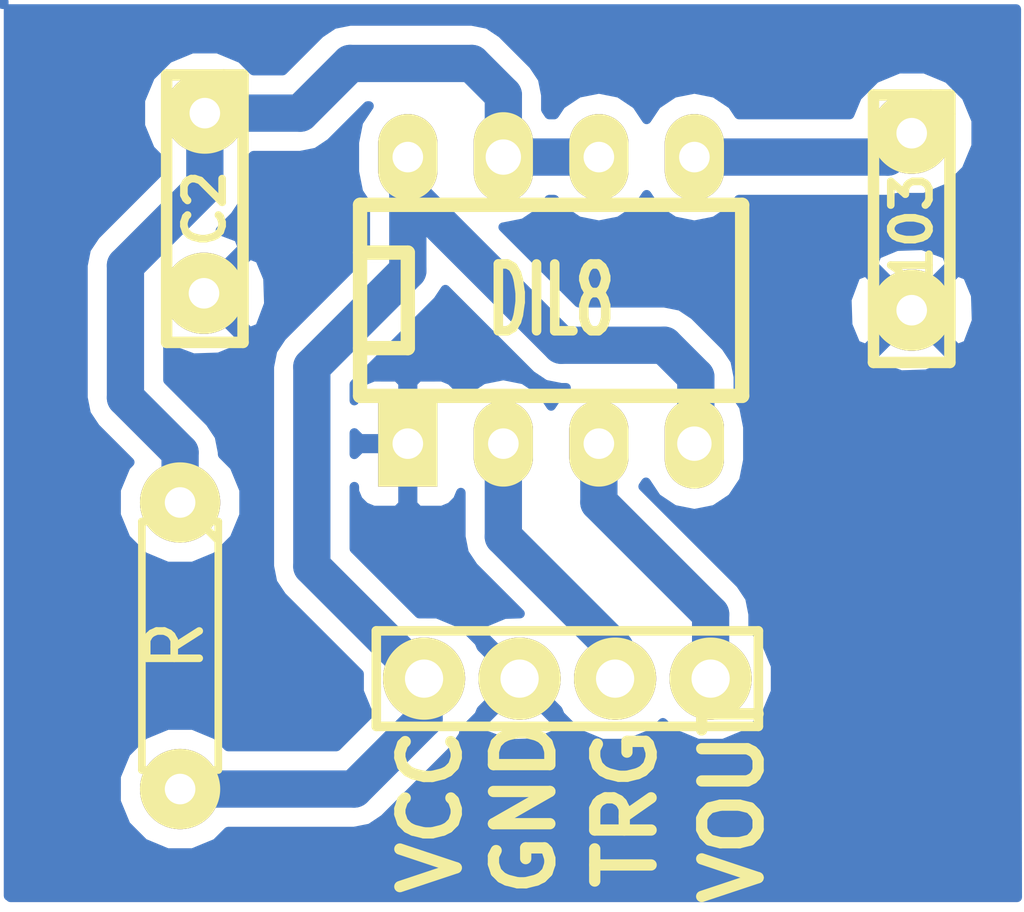
<source format=kicad_pcb>
(kicad_pcb (version 3) (host pcbnew "(2013-07-07 BZR 4022)-stable")

  (general
    (links 12)
    (no_connects 0)
    (area 39.142999 38.317499 66.5353 62.380801)
    (thickness 1.6)
    (drawings 10)
    (tracks 32)
    (zones 0)
    (modules 5)
    (nets 7)
  )

  (page A4)
  (layers
    (15 F.Cu signal)
    (0 B.Cu signal)
    (16 B.Adhes user)
    (17 F.Adhes user)
    (18 B.Paste user)
    (19 F.Paste user)
    (20 B.SilkS user)
    (21 F.SilkS user)
    (22 B.Mask user)
    (23 F.Mask user)
    (24 Dwgs.User user)
    (25 Cmts.User user)
    (26 Eco1.User user)
    (27 Eco2.User user)
    (28 Edge.Cuts user)
  )

  (setup
    (last_trace_width 0.9906)
    (user_trace_width 0.9906)
    (trace_clearance 0.254)
    (zone_clearance 0.508)
    (zone_45_only no)
    (trace_min 0.254)
    (segment_width 0.2)
    (edge_width 0.1)
    (via_size 0.889)
    (via_drill 0.635)
    (via_min_size 0.889)
    (via_min_drill 0.508)
    (user_via 2.0828 0.8128)
    (uvia_size 0.508)
    (uvia_drill 0.127)
    (uvias_allowed no)
    (uvia_min_size 0.508)
    (uvia_min_drill 0.127)
    (pcb_text_width 0.3)
    (pcb_text_size 1.5 1.5)
    (mod_edge_width 0.15)
    (mod_text_size 1 1)
    (mod_text_width 0.15)
    (pad_size 2.159 2.159)
    (pad_drill 0.8128)
    (pad_to_mask_clearance 0)
    (aux_axis_origin 0 0)
    (visible_elements 7FFFFFFF)
    (pcbplotparams
      (layerselection 3178497)
      (usegerberextensions true)
      (excludeedgelayer true)
      (linewidth 0.150000)
      (plotframeref false)
      (viasonmask false)
      (mode 1)
      (useauxorigin false)
      (hpglpennumber 1)
      (hpglpenspeed 20)
      (hpglpendiameter 15)
      (hpglpenoverlay 2)
      (psnegative false)
      (psa4output false)
      (plotreference true)
      (plotvalue true)
      (plotothertext true)
      (plotinvisibletext false)
      (padsonsilk false)
      (subtractmaskfromsilk false)
      (outputformat 1)
      (mirror false)
      (drillshape 1)
      (scaleselection 1)
      (outputdirectory ""))
  )

  (net 0 "")
  (net 1 /trg)
  (net 2 /vcc)
  (net 3 /vout)
  (net 4 N-000001)
  (net 5 N-000006)
  (net 6 gnd)

  (net_class Default "This is the default net class."
    (clearance 0.254)
    (trace_width 0.254)
    (via_dia 0.889)
    (via_drill 0.635)
    (uvia_dia 0.508)
    (uvia_drill 0.127)
    (add_net "")
    (add_net /trg)
    (add_net /vcc)
    (add_net /vout)
    (add_net N-000001)
    (add_net N-000006)
    (add_net gnd)
  )

  (module C2 (layer F.Cu) (tedit 58989609) (tstamp 5897EE04)
    (at 63.3857 44.3992 270)
    (descr "Condensateur = 2 pas")
    (tags C)
    (path /5897EB15)
    (fp_text reference C1 (at 0 0 270) (layer F.SilkS) hide
      (effects (font (size 1.016 1.016) (thickness 0.2032)))
    )
    (fp_text value 103 (at 0 0 270) (layer F.SilkS)
      (effects (font (size 1.016 1.016) (thickness 0.2032)))
    )
    (fp_line (start -3.556 -1.016) (end 3.556 -1.016) (layer F.SilkS) (width 0.3048))
    (fp_line (start 3.556 -1.016) (end 3.556 1.016) (layer F.SilkS) (width 0.3048))
    (fp_line (start 3.556 1.016) (end -3.556 1.016) (layer F.SilkS) (width 0.3048))
    (fp_line (start -3.556 1.016) (end -3.556 -1.016) (layer F.SilkS) (width 0.3048))
    (fp_line (start -3.556 -0.508) (end -3.048 -1.016) (layer F.SilkS) (width 0.3048))
    (pad 1 thru_hole circle (at -2.54 0 270) (size 2.159 2.159) (drill 0.8128)
      (layers *.Cu *.Mask F.SilkS)
      (net 4 N-000001)
    )
    (pad 2 thru_hole circle (at 2.16662 0 270) (size 2.159 2.159) (drill 0.8128)
      (layers *.Cu *.Mask F.SilkS)
      (net 6 gnd)
    )
    (model discret/capa_2pas_5x5mm.wrl
      (at (xyz 0 0 0))
      (scale (xyz 1 1 1))
      (rotate (xyz 0 0 0))
    )
  )

  (module C2 (layer F.Cu) (tedit 589896B3) (tstamp 5897EE0F)
    (at 44.5897 43.8658 270)
    (descr "Condensateur = 2 pas")
    (tags C)
    (path /5897EB2F)
    (fp_text reference C2 (at 0 0 270) (layer F.SilkS)
      (effects (font (size 1.016 1.016) (thickness 0.2032)))
    )
    (fp_text value C (at 0 0 270) (layer F.SilkS) hide
      (effects (font (size 1.016 1.016) (thickness 0.2032)))
    )
    (fp_line (start -3.556 -1.016) (end 3.556 -1.016) (layer F.SilkS) (width 0.3048))
    (fp_line (start 3.556 -1.016) (end 3.556 1.016) (layer F.SilkS) (width 0.3048))
    (fp_line (start 3.556 1.016) (end -3.556 1.016) (layer F.SilkS) (width 0.3048))
    (fp_line (start -3.556 1.016) (end -3.556 -1.016) (layer F.SilkS) (width 0.3048))
    (fp_line (start -3.556 -0.508) (end -3.048 -1.016) (layer F.SilkS) (width 0.3048))
    (pad 1 thru_hole circle (at -2.54 0 270) (size 2.159 2.159) (drill 0.8128)
      (layers *.Cu *.Mask F.SilkS)
      (net 5 N-000006)
    )
    (pad 2 thru_hole circle (at 2.25044 0.02286 270) (size 2.159 2.159) (drill 0.8128)
      (layers *.Cu *.Mask F.SilkS)
      (net 6 gnd)
    )
    (model discret/capa_2pas_5x5mm.wrl
      (at (xyz 0 0 0))
      (scale (xyz 1 1 1))
      (rotate (xyz 0 0 0))
    )
  )

  (module R3 (layer F.Cu) (tedit 5897F208) (tstamp 5897EDCC)
    (at 43.93184 55.48884 270)
    (descr "Resitance 3 pas")
    (tags R)
    (path /5897EAAC)
    (autoplace_cost180 10)
    (fp_text reference R2 (at 0 0.127 270) (layer F.SilkS) hide
      (effects (font (size 1.397 1.27) (thickness 0.2032)))
    )
    (fp_text value R (at 0 0.127 270) (layer F.SilkS)
      (effects (font (size 1.397 1.27) (thickness 0.2032)))
    )
    (fp_line (start -3.81 0) (end -3.302 0) (layer F.SilkS) (width 0.2032))
    (fp_line (start 3.81 0) (end 3.302 0) (layer F.SilkS) (width 0.2032))
    (fp_line (start 3.302 0) (end 3.302 -1.016) (layer F.SilkS) (width 0.2032))
    (fp_line (start 3.302 -1.016) (end -3.302 -1.016) (layer F.SilkS) (width 0.2032))
    (fp_line (start -3.302 -1.016) (end -3.302 1.016) (layer F.SilkS) (width 0.2032))
    (fp_line (start -3.302 1.016) (end 3.302 1.016) (layer F.SilkS) (width 0.2032))
    (fp_line (start 3.302 1.016) (end 3.302 0) (layer F.SilkS) (width 0.2032))
    (fp_line (start -3.302 -0.508) (end -2.794 -1.016) (layer F.SilkS) (width 0.2032))
    (pad 1 thru_hole circle (at -3.81 0 270) (size 2.1336 2.1336) (drill 0.8128)
      (layers *.Cu *.Mask F.SilkS)
      (net 5 N-000006)
    )
    (pad 2 thru_hole circle (at 3.81 0 270) (size 2.1336 2.1336) (drill 0.8128)
      (layers *.Cu *.Mask F.SilkS)
      (net 2 /vcc)
    )
    (model discret/resistor.wrl
      (at (xyz 0 0 0))
      (scale (xyz 0.3 0.3 0.3))
      (rotate (xyz 0 0 0))
    )
  )

  (module PIN_ARRAY_4x1 (layer F.Cu) (tedit 5898969A) (tstamp 5897EDE6)
    (at 54.229 56.3626)
    (descr "Double rangee de contacts 2 x 5 pins")
    (tags CONN)
    (path /5897EBCD)
    (fp_text reference P2 (at 0 -2.54) (layer F.SilkS) hide
      (effects (font (size 1.016 1.016) (thickness 0.2032)))
    )
    (fp_text value CONN_4 (at 0 2.54) (layer F.SilkS) hide
      (effects (font (size 1.016 1.016) (thickness 0.2032)))
    )
    (fp_line (start 5.08 1.27) (end -5.08 1.27) (layer F.SilkS) (width 0.254))
    (fp_line (start 5.08 -1.27) (end -5.08 -1.27) (layer F.SilkS) (width 0.254))
    (fp_line (start -5.08 -1.27) (end -5.08 1.27) (layer F.SilkS) (width 0.254))
    (fp_line (start 5.08 1.27) (end 5.08 -1.27) (layer F.SilkS) (width 0.254))
    (pad 1 thru_hole circle (at -3.81 0) (size 2.1844 2.1844) (drill 1.016)
      (layers *.Cu *.Mask F.SilkS)
      (net 2 /vcc)
    )
    (pad 2 thru_hole circle (at -1.27 0) (size 2.1844 2.1844) (drill 1.016)
      (layers *.Cu *.Mask F.SilkS)
      (net 6 gnd)
    )
    (pad 3 thru_hole circle (at 1.27 0) (size 2.1844 2.1844) (drill 1.016)
      (layers *.Cu *.Mask F.SilkS)
      (net 1 /trg)
    )
    (pad 4 thru_hole circle (at 3.81 0) (size 2.1844 2.1844) (drill 1.016)
      (layers *.Cu *.Mask F.SilkS)
      (net 3 /vout)
    )
    (model pin_array\pins_array_4x1.wrl
      (at (xyz 0 0 0))
      (scale (xyz 1 1 1))
      (rotate (xyz 0 0 0))
    )
  )

  (module DIP-8__300_ELL (layer F.Cu) (tedit 5897F2A2) (tstamp 5897EDF9)
    (at 53.7972 46.3042)
    (descr "8 pins DIL package, elliptical pads")
    (tags DIL)
    (path /5897EA56)
    (fp_text reference P1 (at -6.35 0 90) (layer F.SilkS) hide
      (effects (font (size 1.778 1.143) (thickness 0.28575)))
    )
    (fp_text value DIL8 (at 0 0) (layer F.SilkS)
      (effects (font (size 1.778 1.016) (thickness 0.3048)))
    )
    (fp_line (start -5.08 -1.27) (end -3.81 -1.27) (layer F.SilkS) (width 0.381))
    (fp_line (start -3.81 -1.27) (end -3.81 1.27) (layer F.SilkS) (width 0.381))
    (fp_line (start -3.81 1.27) (end -5.08 1.27) (layer F.SilkS) (width 0.381))
    (fp_line (start -5.08 -2.54) (end 5.08 -2.54) (layer F.SilkS) (width 0.381))
    (fp_line (start 5.08 -2.54) (end 5.08 2.54) (layer F.SilkS) (width 0.381))
    (fp_line (start 5.08 2.54) (end -5.08 2.54) (layer F.SilkS) (width 0.381))
    (fp_line (start -5.08 2.54) (end -5.08 -2.54) (layer F.SilkS) (width 0.381))
    (pad 1 thru_hole rect (at -3.81 3.81) (size 1.5748 2.286) (drill 0.8128)
      (layers *.Cu *.Mask F.SilkS)
      (net 6 gnd)
    )
    (pad 2 thru_hole oval (at -1.27 3.81) (size 1.5748 2.286) (drill 0.8128)
      (layers *.Cu *.Mask F.SilkS)
      (net 1 /trg)
    )
    (pad 3 thru_hole oval (at 1.27 3.81) (size 1.5748 2.286) (drill 0.8128)
      (layers *.Cu *.Mask F.SilkS)
      (net 3 /vout)
    )
    (pad 4 thru_hole oval (at 3.81 3.81) (size 1.5748 2.3876) (drill 0.9144)
      (layers *.Cu *.Mask F.SilkS)
      (net 2 /vcc)
    )
    (pad 5 thru_hole oval (at 3.81 -3.81) (size 1.5748 2.286) (drill 0.8128)
      (layers *.Cu *.Mask F.SilkS)
      (net 4 N-000001)
    )
    (pad 6 thru_hole oval (at 1.27 -3.81) (size 1.5748 2.286) (drill 0.8128)
      (layers *.Cu *.Mask F.SilkS)
      (net 5 N-000006)
    )
    (pad 7 thru_hole oval (at -1.27 -3.81) (size 1.5748 2.3876) (drill 0.9398)
      (layers *.Cu *.Mask F.SilkS)
      (net 5 N-000006)
    )
    (pad 8 thru_hole oval (at -3.81 -3.81) (size 1.5748 2.286) (drill 0.8128)
      (layers *.Cu *.Mask F.SilkS)
      (net 2 /vcc)
    )
    (model dil/dil_8.wrl
      (at (xyz 0 0 0))
      (scale (xyz 1 1 1))
      (rotate (xyz 0 0 0))
    )
  )

  (gr_text "VOUT\n" (at 58.6232 59.5122 90) (layer F.SilkS)
    (effects (font (size 1.5 1.5) (thickness 0.3)))
  )
  (gr_text TRG (at 55.7784 59.817 90) (layer F.SilkS)
    (effects (font (size 1.5 1.5) (thickness 0.3)))
  )
  (gr_text "GND\n" (at 53.086 59.7916 90) (layer F.SilkS)
    (effects (font (size 1.5 1.5) (thickness 0.3)))
  )
  (gr_text "VCC\n" (at 50.5968 59.8932 90) (layer F.SilkS)
    (effects (font (size 1.5 1.5) (thickness 0.3)))
  )
  (gr_line (start 39.3573 38.4683) (end 39.3573 38.481) (angle 90) (layer Eco2.User) (width 0.2))
  (gr_line (start 39.3065 38.4175) (end 39.3573 38.4683) (angle 90) (layer Eco2.User) (width 0.2))
  (gr_line (start 39.3065 62.2808) (end 39.3065 38.4175) (angle 90) (layer Eco2.User) (width 0.2))
  (gr_line (start 66.294 62.2808) (end 39.3065 62.2808) (angle 90) (layer Eco2.User) (width 0.2))
  (gr_line (start 66.294 38.4175) (end 66.294 62.2808) (angle 90) (layer Eco2.User) (width 0.2))
  (gr_line (start 39.243 38.4175) (end 66.294 38.4175) (angle 90) (layer Eco2.User) (width 0.2))

  (segment (start 55.499 56.3626) (end 55.499 55.5625) (width 0.9906) (layer B.Cu) (net 1))
  (segment (start 52.5272 52.5907) (end 52.5272 50.1142) (width 0.9906) (layer B.Cu) (net 1) (tstamp 5897EF2D))
  (segment (start 55.499 55.5625) (end 52.5272 52.5907) (width 0.9906) (layer B.Cu) (net 1) (tstamp 5897EF2C))
  (segment (start 43.93184 59.29884) (end 48.55972 59.29884) (width 0.9906) (layer B.Cu) (net 2) (status 400000))
  (segment (start 50.419 57.43956) (end 50.419 56.3626) (width 0.9906) (layer B.Cu) (net 2) (tstamp 58989569) (status 800000))
  (segment (start 48.55972 59.29884) (end 50.419 57.43956) (width 0.9906) (layer B.Cu) (net 2) (tstamp 58989568))
  (segment (start 49.9872 42.4942) (end 49.9872 45.5168) (width 0.9906) (layer B.Cu) (net 2))
  (segment (start 47.4345 53.3781) (end 50.419 56.3626) (width 0.9906) (layer B.Cu) (net 2) (tstamp 5897EF53))
  (segment (start 47.4345 48.0695) (end 47.4345 53.3781) (width 0.9906) (layer B.Cu) (net 2) (tstamp 5897EF52))
  (segment (start 49.9872 45.5168) (end 47.4345 48.0695) (width 0.9906) (layer B.Cu) (net 2) (tstamp 5897EF51))
  (segment (start 49.9872 42.4942) (end 49.9872 43.4213) (width 0.9906) (layer B.Cu) (net 2))
  (segment (start 57.6453 50.0761) (end 57.6072 50.1142) (width 0.9906) (layer B.Cu) (net 2) (tstamp 5897EF4E))
  (segment (start 57.6453 48.3362) (end 57.6453 50.0761) (width 0.9906) (layer B.Cu) (net 2) (tstamp 5897EF4D))
  (segment (start 56.8071 47.498) (end 57.6453 48.3362) (width 0.9906) (layer B.Cu) (net 2) (tstamp 5897EF4C))
  (segment (start 54.0639 47.498) (end 56.8071 47.498) (width 0.9906) (layer B.Cu) (net 2) (tstamp 5897EF4B))
  (segment (start 49.9872 43.4213) (end 54.0639 47.498) (width 0.9906) (layer B.Cu) (net 2) (tstamp 5897EF4A))
  (segment (start 58.039 56.3626) (end 58.039 54.6481) (width 0.9906) (layer B.Cu) (net 3))
  (segment (start 55.0672 51.6763) (end 55.0672 50.1142) (width 0.9906) (layer B.Cu) (net 3) (tstamp 5897EF31))
  (segment (start 58.039 54.6481) (end 55.0672 51.6763) (width 0.9906) (layer B.Cu) (net 3) (tstamp 5897EF30))
  (segment (start 57.6072 42.4942) (end 62.7507 42.4942) (width 0.9906) (layer B.Cu) (net 4))
  (segment (start 62.7507 42.4942) (end 63.3857 41.8592) (width 0.9906) (layer B.Cu) (net 4) (tstamp 589894CD))
  (segment (start 43.93184 51.67884) (end 43.93184 50.34788) (width 0.9906) (layer B.Cu) (net 5) (status 400000))
  (segment (start 44.5897 43.26382) (end 44.5897 41.3258) (width 0.9906) (layer B.Cu) (net 5) (tstamp 58989572) (status 800000))
  (segment (start 42.47896 45.37456) (end 44.5897 43.26382) (width 0.9906) (layer B.Cu) (net 5) (tstamp 58989570))
  (segment (start 42.47896 48.895) (end 42.47896 45.37456) (width 0.9906) (layer B.Cu) (net 5) (tstamp 5898956D))
  (segment (start 43.93184 50.34788) (end 42.47896 48.895) (width 0.9906) (layer B.Cu) (net 5) (tstamp 5898956C))
  (segment (start 44.5897 41.3258) (end 47.1297 41.3258) (width 0.9906) (layer B.Cu) (net 5))
  (segment (start 52.5272 40.8432) (end 52.5272 42.4942) (width 0.9906) (layer B.Cu) (net 5) (tstamp 58989410))
  (segment (start 51.689 40.005) (end 52.5272 40.8432) (width 0.9906) (layer B.Cu) (net 5) (tstamp 5898940E))
  (segment (start 48.4505 40.005) (end 51.689 40.005) (width 0.9906) (layer B.Cu) (net 5) (tstamp 5898940D))
  (segment (start 47.1297 41.3258) (end 48.4505 40.005) (width 0.9906) (layer B.Cu) (net 5) (tstamp 5898940C))
  (segment (start 55.0672 42.4942) (end 52.5272 42.4942) (width 0.9906) (layer B.Cu) (net 5))

  (zone (net 6) (net_name gnd) (layer B.Cu) (tstamp 5897EF9A) (hatch none 0.508)
    (connect_pads (clearance 0.508))
    (min_thickness 0.254)
    (fill (arc_segments 16) (thermal_gap 0.508) (thermal_bridge_width 0.508))
    (polygon
      (pts
        (xy 39.243 38.4302) (xy 39.2049 38.4302) (xy 39.243 38.354)
      )
    )
    (filled_polygon
      (pts
        (xy 39.243 38.4302) (xy 39.2049 38.4302) (xy 39.243 38.354)
      )
    )
  )
  (zone (net 6) (net_name gnd) (layer B.Cu) (tstamp 5897EFBD) (hatch none 0.508)
    (connect_pads (clearance 0.508))
    (min_thickness 0.254)
    (fill (arc_segments 16) (thermal_gap 0.508) (thermal_bridge_width 0.508))
    (polygon
      (pts
        (xy 66.3194 62.3062) (xy 39.2938 62.3062) (xy 39.2938 62.2681) (xy 39.243 62.2681) (xy 39.243 38.4302)
        (xy 66.2686 38.4302) (xy 66.294 38.4302) (xy 66.285524 46.384628) (xy 66.3194 62.3062)
      )
    )
    (filled_polygon
      (pts
        (xy 66.192129 62.1792) (xy 65.110645 62.1792) (xy 65.110645 46.849334) (xy 65.100497 46.546015) (xy 65.100497 41.519661)
        (xy 64.84003 40.889283) (xy 64.358154 40.406565) (xy 63.728231 40.144998) (xy 63.046161 40.144403) (xy 62.415783 40.40487)
        (xy 61.933065 40.886746) (xy 61.734933 41.3639) (xy 58.790671 41.3639) (xy 58.612989 41.097978) (xy 58.151529 40.789641)
        (xy 57.6072 40.681367) (xy 57.062871 40.789641) (xy 56.601411 41.097978) (xy 56.3372 41.493398) (xy 56.072989 41.097978)
        (xy 55.611529 40.789641) (xy 55.0672 40.681367) (xy 54.522871 40.789641) (xy 54.061411 41.097978) (xy 53.883728 41.3639)
        (xy 53.74528 41.3639) (xy 53.6575 41.232527) (xy 53.6575 40.8432) (xy 53.657499 40.843199) (xy 53.6575 40.843199)
        (xy 53.640385 40.75716) (xy 53.571461 40.410653) (xy 53.57146 40.410652) (xy 53.326443 40.043957) (xy 53.326439 40.043954)
        (xy 52.488243 39.205757) (xy 52.121547 38.960739) (xy 51.689 38.8747) (xy 48.4505 38.8747) (xy 48.017953 38.960739)
        (xy 47.651257 39.205757) (xy 46.661514 40.1955) (xy 45.883926 40.1955) (xy 45.562154 39.873165) (xy 44.932231 39.611598)
        (xy 44.250161 39.611003) (xy 43.619783 39.87147) (xy 43.137065 40.353346) (xy 42.875498 40.983269) (xy 42.874903 41.665339)
        (xy 43.13537 42.295717) (xy 43.4594 42.620313) (xy 43.4594 42.795634) (xy 41.679717 44.575317) (xy 41.434699 44.942013)
        (xy 41.34866 45.37456) (xy 41.34866 48.895) (xy 41.434699 49.327547) (xy 41.679717 49.694243) (xy 42.594605 50.609131)
        (xy 42.489966 50.713589) (xy 42.230336 51.338846) (xy 42.229745 52.015864) (xy 42.488283 52.641573) (xy 42.966589 53.120714)
        (xy 43.591846 53.380344) (xy 44.268864 53.380935) (xy 44.894573 53.122397) (xy 45.373714 52.644091) (xy 45.633344 52.018834)
        (xy 45.633935 51.341816) (xy 45.375397 50.716107) (xy 45.06214 50.402303) (xy 45.06214 50.34788) (xy 44.976101 49.915333)
        (xy 44.976101 49.915332) (xy 44.87796 49.768454) (xy 44.731083 49.548637) (xy 44.731079 49.548634) (xy 43.60926 48.426814)
        (xy 43.60926 47.511186) (xy 43.6448 47.601385) (xy 44.283326 47.841185) (xy 44.965015 47.818378) (xy 45.48888 47.601385)
        (xy 45.597276 47.326281) (xy 44.56684 46.295845) (xy 44.552697 46.309987) (xy 44.373092 46.130382) (xy 44.387235 46.11624)
        (xy 44.373092 46.102097) (xy 44.552697 45.922492) (xy 44.56684 45.936635) (xy 45.597276 44.906199) (xy 45.48888 44.631095)
        (xy 45.003279 44.448726) (xy 45.388943 44.063063) (xy 45.633961 43.696367) (xy 45.72 43.26382) (xy 45.72 42.620026)
        (xy 45.884213 42.4561) (xy 47.1297 42.4561) (xy 47.562247 42.370061) (xy 47.928943 42.125043) (xy 48.918686 41.1353)
        (xy 48.956473 41.1353) (xy 48.673074 41.559438) (xy 48.5648 42.103767) (xy 48.5648 42.884633) (xy 48.673074 43.428962)
        (xy 48.8569 43.704077) (xy 48.8569 45.048614) (xy 46.635257 47.270257) (xy 46.390239 47.636953) (xy 46.3042 48.0695)
        (xy 46.3042 53.3781) (xy 46.390239 53.810647) (xy 46.635257 54.177343) (xy 48.691912 56.233998) (xy 48.691502 56.704654)
        (xy 48.944095 57.315978) (xy 48.091534 58.16854) (xy 46.291785 58.16854) (xy 46.291785 46.399754) (xy 46.268978 45.718065)
        (xy 46.051985 45.1942) (xy 45.776881 45.085804) (xy 44.746445 46.11624) (xy 45.776881 47.146676) (xy 46.051985 47.03828)
        (xy 46.291785 46.399754) (xy 46.291785 58.16854) (xy 45.208122 58.16854) (xy 44.897091 57.856966) (xy 44.271834 57.597336)
        (xy 43.594816 57.596745) (xy 42.969107 57.855283) (xy 42.489966 58.333589) (xy 42.230336 58.958846) (xy 42.229745 59.635864)
        (xy 42.488283 60.261573) (xy 42.966589 60.740714) (xy 43.591846 61.000344) (xy 44.268864 61.000935) (xy 44.894573 60.742397)
        (xy 45.208376 60.42914) (xy 48.55972 60.42914) (xy 48.992267 60.343101) (xy 49.358963 60.098083) (xy 51.218239 58.238805)
        (xy 51.218242 58.238803) (xy 51.218243 58.238803) (xy 51.46326 57.872108) (xy 51.463261 57.872107) (xy 51.490921 57.733048)
        (xy 51.490921 57.733047) (xy 51.882394 57.342257) (xy 51.941087 57.200907) (xy 52.779395 56.3626) (xy 51.941706 55.524911)
        (xy 51.884102 55.385498) (xy 51.398657 54.899206) (xy 50.764068 54.635701) (xy 50.290173 54.635287) (xy 48.5648 52.909914)
        (xy 48.5648 51.257182) (xy 48.564911 51.384064) (xy 48.661787 51.617368) (xy 48.840571 51.795841) (xy 49.074045 51.89231)
        (xy 49.70145 51.8922) (xy 49.8602 51.73345) (xy 49.8602 50.2412) (xy 48.72355 50.2412) (xy 48.5648 50.39995)
        (xy 48.5648 49.82845) (xy 48.72355 49.9872) (xy 49.8602 49.9872) (xy 49.8602 48.49495) (xy 49.70145 48.3362)
        (xy 49.074045 48.33609) (xy 48.840571 48.432559) (xy 48.661787 48.611032) (xy 48.564911 48.844336) (xy 48.5648 48.971217)
        (xy 48.5648 48.537685) (xy 50.786439 46.316045) (xy 50.786442 46.316043) (xy 50.786443 46.316043) (xy 50.985518 46.018104)
        (xy 53.264654 48.297239) (xy 53.264657 48.297243) (xy 53.631353 48.542261) (xy 54.0639 48.6283) (xy 54.195623 48.6283)
        (xy 54.061411 48.717978) (xy 53.7972 49.113398) (xy 53.532989 48.717978) (xy 53.071529 48.409641) (xy 52.5272 48.301367)
        (xy 51.982871 48.409641) (xy 51.521411 48.717978) (xy 51.409524 48.885427) (xy 51.409489 48.844336) (xy 51.312613 48.611032)
        (xy 51.133829 48.432559) (xy 50.900355 48.33609) (xy 50.27295 48.3362) (xy 50.1142 48.49495) (xy 50.1142 49.9872)
        (xy 50.1342 49.9872) (xy 50.1342 50.2412) (xy 50.1142 50.2412) (xy 50.1142 51.73345) (xy 50.27295 51.8922)
        (xy 50.900355 51.89231) (xy 51.133829 51.795841) (xy 51.312613 51.617368) (xy 51.3969 51.414381) (xy 51.3969 52.5907)
        (xy 51.482939 53.023247) (xy 51.727957 53.389943) (xy 52.97205 54.634035) (xy 52.558793 54.647641) (xy 52.029329 54.866952)
        (xy 51.91938 55.143375) (xy 52.959 56.182995) (xy 52.973142 56.168852) (xy 53.152747 56.348457) (xy 53.138605 56.3626)
        (xy 53.976293 57.200288) (xy 54.033898 57.339702) (xy 54.519343 57.825994) (xy 55.153932 58.089499) (xy 55.841054 58.090098)
        (xy 56.476102 57.827702) (xy 56.769084 57.535229) (xy 57.059343 57.825994) (xy 57.693932 58.089499) (xy 58.381054 58.090098)
        (xy 59.016102 57.827702) (xy 59.502394 57.342257) (xy 59.765899 56.707668) (xy 59.766498 56.020546) (xy 59.504102 55.385498)
        (xy 59.1693 55.050111) (xy 59.1693 54.6481) (xy 59.169299 54.648099) (xy 59.1693 54.648099) (xy 59.152185 54.56206)
        (xy 59.083261 54.215553) (xy 59.08326 54.215552) (xy 58.838243 53.848857) (xy 58.838239 53.848854) (xy 56.243948 51.254562)
        (xy 56.319895 51.140898) (xy 56.601411 51.562217) (xy 57.062871 51.870554) (xy 57.6072 51.978828) (xy 58.151529 51.870554)
        (xy 58.612989 51.562217) (xy 58.921326 51.100757) (xy 59.0296 50.556428) (xy 59.0296 49.671972) (xy 58.921326 49.127643)
        (xy 58.7756 48.909548) (xy 58.7756 48.3362) (xy 58.775599 48.336199) (xy 58.7756 48.336199) (xy 58.758485 48.25016)
        (xy 58.689561 47.903653) (xy 58.68956 47.903652) (xy 58.444543 47.536957) (xy 58.444539 47.536954) (xy 57.606343 46.698757)
        (xy 57.239647 46.453739) (xy 56.8071 46.3677) (xy 54.532085 46.3677) (xy 52.522223 44.357838) (xy 52.5272 44.358828)
        (xy 53.071529 44.250554) (xy 53.532989 43.942217) (xy 53.74528 43.6245) (xy 53.883728 43.6245) (xy 54.061411 43.890422)
        (xy 54.522871 44.198759) (xy 55.0672 44.307033) (xy 55.611529 44.198759) (xy 56.072989 43.890422) (xy 56.3372 43.495001)
        (xy 56.601411 43.890422) (xy 57.062871 44.198759) (xy 57.6072 44.307033) (xy 58.151529 44.198759) (xy 58.612989 43.890422)
        (xy 58.790671 43.6245) (xy 62.7507 43.6245) (xy 63.031644 43.568616) (xy 63.043169 43.573402) (xy 63.725239 43.573997)
        (xy 64.355617 43.31353) (xy 64.838335 42.831654) (xy 65.099902 42.201731) (xy 65.100497 41.519661) (xy 65.100497 46.546015)
        (xy 65.087838 46.167645) (xy 64.870845 45.64378) (xy 64.595741 45.535384) (xy 64.416136 45.714989) (xy 64.416136 45.355779)
        (xy 64.30774 45.080675) (xy 63.669214 44.840875) (xy 62.987525 44.863682) (xy 62.46366 45.080675) (xy 62.355264 45.355779)
        (xy 63.3857 46.386215) (xy 64.416136 45.355779) (xy 64.416136 45.714989) (xy 63.565305 46.56582) (xy 64.595741 47.596256)
        (xy 64.870845 47.48786) (xy 65.110645 46.849334) (xy 65.110645 62.1792) (xy 64.416136 62.1792) (xy 64.416136 47.775861)
        (xy 63.3857 46.745425) (xy 63.206095 46.92503) (xy 63.206095 46.56582) (xy 62.175659 45.535384) (xy 61.900555 45.64378)
        (xy 61.660755 46.282306) (xy 61.683562 46.963995) (xy 61.900555 47.48786) (xy 62.175659 47.596256) (xy 63.206095 46.56582)
        (xy 63.206095 46.92503) (xy 62.355264 47.775861) (xy 62.46366 48.050965) (xy 63.102186 48.290765) (xy 63.783875 48.267958)
        (xy 64.30774 48.050965) (xy 64.416136 47.775861) (xy 64.416136 62.1792) (xy 53.99862 62.1792) (xy 53.99862 57.581825)
        (xy 52.959 56.542205) (xy 51.91938 57.581825) (xy 52.029329 57.858248) (xy 52.672456 58.100168) (xy 53.359207 58.077559)
        (xy 53.888671 57.858248) (xy 53.99862 57.581825) (xy 53.99862 62.1792) (xy 39.4208 62.1792) (xy 39.4208 62.1411)
        (xy 39.37 62.1411) (xy 39.37 38.5572) (xy 66.166865 38.5572) (xy 66.158524 46.384695) (xy 66.192129 62.1792)
      )
    )
  )
)

</source>
